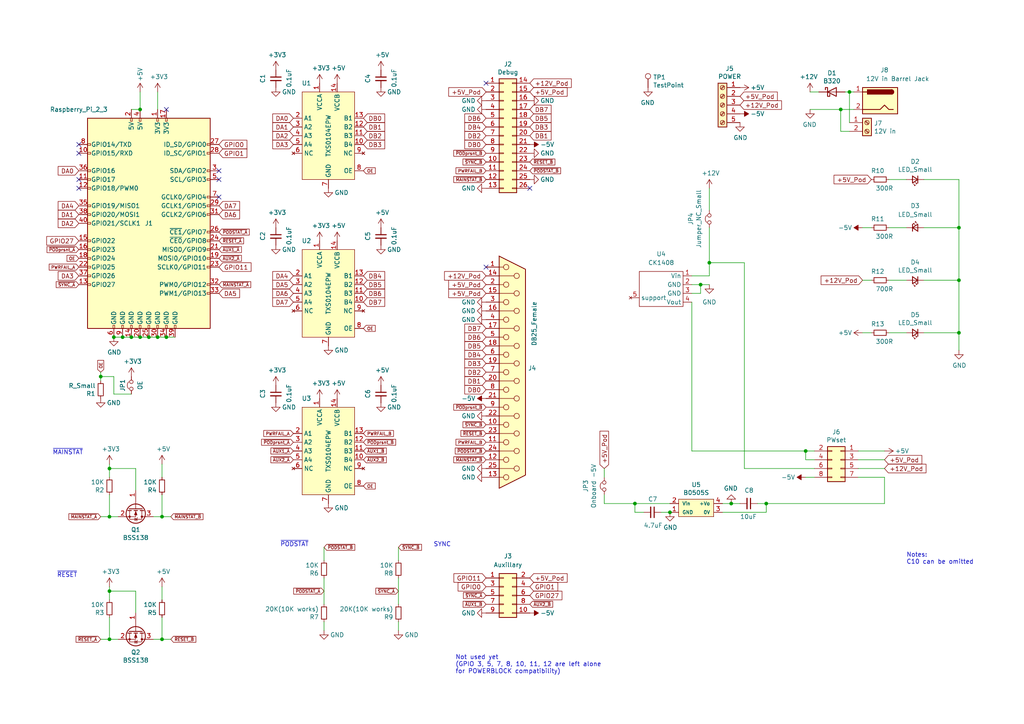
<source format=kicad_sch>
(kicad_sch (version 20211123) (generator eeschema)
  (paper "A4")
  (title_block (title "FluCom2") (date "2021-12-02") (rev "2.3") (comment 1 "CERN-OHL-version-2 ") (comment 3 "mirko (novintic)"))
  (junction (at 43.18 97.79))
  (junction (at 45.72 97.79))
  (junction (at 278.13 81.28))
  (junction (at 33.02 97.79))
  (junction (at 38.1 97.79))
  (junction (at 48.26 97.79))
  (junction (at 278.13 96.52))
  (junction (at 40.64 31.75))
  (junction (at 203.2 82.55))
  (junction (at 243.84 31.75))
  (junction (at 40.64 97.79))
  (junction (at 205.74 76.2))
  (junction (at 35.56 97.79))
  (junction (at 29.21 109.22))
  (junction (at 246.38 26.67))
  (junction (at 46.99 149.86))
  (junction (at 46.99 185.42))
  (junction (at 31.75 135.89))
  (junction (at 194.31 148.59))
  (junction (at 184.15 146.05))
  (junction (at 31.75 171.45))
  (junction (at 278.13 66.04))
  (junction (at 233.68 130.81))
  (junction (at 222.25 146.05))
  (junction (at 31.75 185.42))
  (junction (at 31.75 149.86))
  (junction (at 212.09 146.05))
  (no_connect (at 22.86 44.45))
  (no_connect (at 140.97 24.13))
  (no_connect (at 63.5 52.07))
  (no_connect (at 63.5 49.53))
  (no_connect (at 22.86 54.61))
  (no_connect (at 22.86 41.91))
  (no_connect (at -7.62 22.86))
  (no_connect (at 63.5 57.15))
  (no_connect (at 48.26 31.75))
  (no_connect (at 140.97 77.47))
  (no_connect (at 153.67 54.61))
  (no_connect (at 22.86 52.07))
  (wire (pts (xy 278.13 81.28) (xy 278.13 96.52)))
  (wire (pts (xy 46.99 143.51) (xy 46.99 149.86)))
  (wire (pts (xy 248.92 133.35) (xy 256.54 133.35)))
  (wire (pts (xy 252.73 81.28) (xy 250.19 81.28)))
  (wire (pts (xy 40.64 26.67) (xy 40.64 31.75)))
  (wire (pts (xy 205.74 76.2) (xy 215.9 76.2)))
  (wire (pts (xy 203.2 82.55) (xy 205.74 82.55)))
  (wire (pts (xy 233.68 130.81) (xy 233.68 133.35)))
  (wire (pts (xy 184.15 148.59) (xy 186.69 148.59)))
  (wire (pts (xy 93.98 167.64) (xy 93.98 175.26)))
  (wire (pts (xy 248.92 130.81) (xy 256.54 130.81)))
  (wire (pts (xy 33.02 114.3) (xy 38.1 114.3)))
  (wire (pts (xy 44.45 149.86) (xy 46.99 149.86)))
  (wire (pts (xy 248.92 138.43) (xy 256.54 138.43)))
  (wire (pts (xy 200.66 130.81) (xy 233.68 130.81)))
  (wire (pts (xy 262.89 66.04) (xy 257.81 66.04)))
  (wire (pts (xy 29.21 185.42) (xy 31.75 185.42)))
  (wire (pts (xy 46.99 185.42) (xy 49.53 185.42)))
  (wire (pts (xy 39.37 171.45) (xy 39.37 177.8)))
  (wire (pts (xy 246.38 38.1) (xy 243.84 38.1)))
  (wire (pts (xy 246.38 26.67) (xy 245.11 26.67)))
  (wire (pts (xy 205.74 54.61) (xy 205.74 60.96)))
  (wire (pts (xy 38.1 97.79) (xy 40.64 97.79)))
  (wire (pts (xy 29.21 149.86) (xy 31.75 149.86)))
  (wire (pts (xy 48.26 97.79) (xy 50.8 97.79)))
  (wire (pts (xy 278.13 66.04) (xy 278.13 81.28)))
  (wire (pts (xy 246.38 35.56) (xy 246.38 26.67)))
  (wire (pts (xy 46.99 134.62) (xy 46.99 138.43)))
  (wire (pts (xy 31.75 135.89) (xy 39.37 135.89)))
  (wire (pts (xy 205.74 66.04) (xy 205.74 76.2)))
  (wire (pts (xy 233.68 133.35) (xy 236.22 133.35)))
  (wire (pts (xy 29.21 107.95) (xy 29.21 109.22)))
  (wire (pts (xy 243.84 38.1) (xy 243.84 31.75)))
  (wire (pts (xy 93.98 180.34) (xy 93.98 182.88)))
  (wire (pts (xy 200.66 82.55) (xy 203.2 82.55)))
  (wire (pts (xy 33.02 97.79) (xy 35.56 97.79)))
  (wire (pts (xy 222.25 146.05) (xy 222.25 148.59)))
  (wire (pts (xy 205.74 76.2) (xy 205.74 80.01)))
  (wire (pts (xy 278.13 96.52) (xy 278.13 101.6)))
  (wire (pts (xy 46.99 170.18) (xy 46.99 173.99)))
  (wire (pts (xy 222.25 146.05) (xy 256.54 146.05)))
  (wire (pts (xy 215.9 135.89) (xy 236.22 135.89)))
  (wire (pts (xy 233.68 138.43) (xy 236.22 138.43)))
  (wire (pts (xy 233.68 130.81) (xy 236.22 130.81)))
  (wire (pts (xy 267.97 52.07) (xy 278.13 52.07)))
  (wire (pts (xy 257.81 52.07) (xy 262.89 52.07)))
  (wire (pts (xy 115.57 167.64) (xy 115.57 175.26)))
  (wire (pts (xy 203.2 85.09) (xy 203.2 82.55)))
  (wire (pts (xy 278.13 52.07) (xy 278.13 66.04)))
  (wire (pts (xy 267.97 81.28) (xy 278.13 81.28)))
  (wire (pts (xy 257.81 81.28) (xy 262.89 81.28)))
  (wire (pts (xy 184.15 146.05) (xy 184.15 148.59)))
  (wire (pts (xy 219.71 146.05) (xy 222.25 146.05)))
  (wire (pts (xy 44.45 185.42) (xy 46.99 185.42)))
  (wire (pts (xy 33.02 109.22) (xy 33.02 114.3)))
  (wire (pts (xy 115.57 158.75) (xy 115.57 162.56)))
  (wire (pts (xy 31.75 134.62) (xy 31.75 135.89)))
  (wire (pts (xy 250.19 96.52) (xy 252.73 96.52)))
  (wire (pts (xy 46.99 179.07) (xy 46.99 185.42)))
  (wire (pts (xy 200.66 85.09) (xy 203.2 85.09)))
  (wire (pts (xy 267.97 66.04) (xy 278.13 66.04)))
  (wire (pts (xy 247.65 26.67) (xy 246.38 26.67)))
  (wire (pts (xy 209.55 148.59) (xy 222.25 148.59)))
  (wire (pts (xy 38.1 31.75) (xy 40.64 31.75)))
  (wire (pts (xy 46.99 149.86) (xy 49.53 149.86)))
  (wire (pts (xy 212.09 146.05) (xy 214.63 146.05)))
  (wire (pts (xy 237.49 26.67) (xy 234.95 26.67)))
  (wire (pts (xy 175.26 143.51) (xy 175.26 146.05)))
  (wire (pts (xy 31.75 143.51) (xy 31.75 149.86)))
  (wire (pts (xy 31.75 171.45) (xy 39.37 171.45)))
  (wire (pts (xy 35.56 97.79) (xy 38.1 97.79)))
  (wire (pts (xy 248.92 135.89) (xy 256.54 135.89)))
  (wire (pts (xy 247.65 31.75) (xy 243.84 31.75)))
  (wire (pts (xy 29.21 109.22) (xy 29.21 110.49)))
  (wire (pts (xy 191.77 148.59) (xy 194.31 148.59)))
  (wire (pts (xy 209.55 146.05) (xy 212.09 146.05)))
  (wire (pts (xy 31.75 185.42) (xy 34.29 185.42)))
  (wire (pts (xy 93.98 158.75) (xy 93.98 162.56)))
  (wire (pts (xy 115.57 180.34) (xy 115.57 182.88)))
  (wire (pts (xy 267.97 96.52) (xy 278.13 96.52)))
  (wire (pts (xy 200.66 87.63) (xy 200.66 130.81)))
  (wire (pts (xy 257.81 96.52) (xy 262.89 96.52)))
  (wire (pts (xy 175.26 146.05) (xy 184.15 146.05)))
  (wire (pts (xy 45.72 97.79) (xy 48.26 97.79)))
  (wire (pts (xy 256.54 138.43) (xy 256.54 146.05)))
  (wire (pts (xy 215.9 76.2) (xy 215.9 135.89)))
  (wire (pts (xy 43.18 97.79) (xy 45.72 97.79)))
  (wire (pts (xy 45.72 26.67) (xy 45.72 31.75)))
  (wire (pts (xy 31.75 135.89) (xy 31.75 138.43)))
  (wire (pts (xy 31.75 179.07) (xy 31.75 185.42)))
  (wire (pts (xy 39.37 135.89) (xy 39.37 142.24)))
  (wire (pts (xy 31.75 171.45) (xy 31.75 173.99)))
  (wire (pts (xy 243.84 31.75) (xy 234.95 31.75)))
  (wire (pts (xy 40.64 97.79) (xy 43.18 97.79)))
  (wire (pts (xy 31.75 149.86) (xy 34.29 149.86)))
  (wire (pts (xy 205.74 80.01) (xy 200.66 80.01)))
  (wire (pts (xy 184.15 146.05) (xy 194.31 146.05)))
  (wire (pts (xy 175.26 138.43) (xy 175.26 135.89)))
  (wire (pts (xy 250.19 66.04) (xy 252.73 66.04)))
  (wire (pts (xy 29.21 109.22) (xy 33.02 109.22)))
  (wire (pts (xy 31.75 170.18) (xy 31.75 171.45)))
  (text "SYNC" (at 125.73 158.75 0) (effects (font (size 1.27 1.27)) (justify left bottom)))
  (text "~{PODSTAT}" (at 81.28 158.75 0) (effects (font (size 1.27 1.27)) (justify left bottom)))
  (text "~{RESET}" (at 16.51 167.64 0) (effects (font (size 1.27 1.27)) (justify left bottom)))
  (text "~{MAINSTAT}" (at 15.24 132.08 0) (effects (font (size 1.27 1.27)) (justify left bottom)))
  (text "Notes:\nC10 can be omitted\n" (at 262.89 163.83 0) (effects (font (size 1.27 1.27)) (justify left bottom)))
  (text "Not used yet\n(GPIO 3, 5, 7, 8, 10, 11, 12 are left alone \nfor POWERBLOCK compatibility)" (at 132.08 195.58 0) (effects (font (size 1.27 1.27)) (justify left bottom)))
  (global_label "DA6" (shape input) (at 85.09 85.09 180) (property "Intersheet References" "${INTERSHEET_REFS}" (effects hide)))
  (global_label "~{SYNC_A}" (shape input) (at 140.97 172.72 180) (effects (font (size 0.889 0.889))) (property "Intersheet References" "${INTERSHEET_REFS}" (effects hide)))
  (global_label "+12V_Pod" (shape input) (at 153.67 24.13 0) (property "Intersheet References" "${INTERSHEET_REFS}" (effects hide)))
  (global_label "DA5" (shape input) (at 63.5 85.09 0) (property "Intersheet References" "${INTERSHEET_REFS}" (effects hide)))
  (global_label "GPIO27" (shape input) (at 22.86 69.85 180) (property "Intersheet References" "${INTERSHEET_REFS}" (effects hide)))
  (global_label "+5V_Pod" (shape input) (at 214.63 27.94 0) (property "Intersheet References" "${INTERSHEET_REFS}" (effects hide)))
  (global_label "~{SYNC_A}" (shape input) (at 115.57 171.45 180) (effects (font (size 0.889 0.889))) (property "Intersheet References" "${INTERSHEET_REFS}" (effects hide)))
  (global_label "GPIO1" (shape input) (at 153.67 170.18 0) (property "Intersheet References" "${INTERSHEET_REFS}" (effects hide)))
  (global_label "+5V_Pod" (shape input) (at 140.97 26.67 180) (property "Intersheet References" "${INTERSHEET_REFS}" (effects hide)))
  (global_label "OE" (shape input) (at 105.41 140.97 0) (effects (font (size 0.889 0.889))) (property "Intersheet References" "${INTERSHEET_REFS}" (effects hide)))
  (global_label "DB1" (shape input) (at 105.41 36.83 0) (property "Intersheet References" "${INTERSHEET_REFS}" (effects hide)))
  (global_label "DB4" (shape input) (at 140.97 102.87 180) (property "Intersheet References" "${INTERSHEET_REFS}" (effects hide)))
  (global_label "DB7" (shape input) (at 105.41 87.63 0) (property "Intersheet References" "${INTERSHEET_REFS}" (effects hide)))
  (global_label "DB6" (shape input) (at 140.97 34.29 180) (property "Intersheet References" "${INTERSHEET_REFS}" (effects hide)))
  (global_label "DB2" (shape input) (at 105.41 39.37 0) (property "Intersheet References" "${INTERSHEET_REFS}" (effects hide)))
  (global_label "GPIO1" (shape input) (at 63.5 44.45 0) (property "Intersheet References" "${INTERSHEET_REFS}" (effects hide)))
  (global_label "~{PODprsnt_A}" (shape input) (at 22.86 72.39 180) (effects (font (size 0.889 0.889))) (property "Intersheet References" "${INTERSHEET_REFS}" (effects hide)))
  (global_label "GPIO11" (shape input) (at 140.97 167.64 180) (property "Intersheet References" "${INTERSHEET_REFS}" (effects hide)))
  (global_label "~{SYNC_B}" (shape input) (at 140.97 46.99 180) (effects (font (size 0.889 0.889))) (property "Intersheet References" "${INTERSHEET_REFS}" (effects hide)))
  (global_label "~{RESET_B}" (shape input) (at 153.67 46.99 0) (effects (font (size 0.889 0.889))) (property "Intersheet References" "${INTERSHEET_REFS}" (effects hide)))
  (global_label "DB7" (shape input) (at 140.97 95.25 180) (property "Intersheet References" "${INTERSHEET_REFS}" (effects hide)))
  (global_label "DA6" (shape input) (at 63.5 62.23 0) (property "Intersheet References" "${INTERSHEET_REFS}" (effects hide)))
  (global_label "~{AUX1_A}" (shape input) (at 85.09 130.81 180) (effects (font (size 0.889 0.889))) (property "Intersheet References" "${INTERSHEET_REFS}" (effects hide)))
  (global_label "+5V_Pod" (shape input) (at 140.97 85.09 180) (property "Intersheet References" "${INTERSHEET_REFS}" (effects hide)))
  (global_label "~{MAINSTAT_B}" (shape input) (at 140.97 133.35 180) (effects (font (size 0.889 0.889))) (property "Intersheet References" "${INTERSHEET_REFS}" (effects hide)))
  (global_label "DB4" (shape input) (at 140.97 36.83 180) (property "Intersheet References" "${INTERSHEET_REFS}" (effects hide)))
  (global_label "DB5" (shape input) (at 105.41 82.55 0) (property "Intersheet References" "${INTERSHEET_REFS}" (effects hide)))
  (global_label "~{AUX2_B}" (shape input) (at 105.41 133.35 0) (effects (font (size 0.889 0.889))) (property "Intersheet References" "${INTERSHEET_REFS}" (effects hide)))
  (global_label "~{SYNC_A}" (shape input) (at 22.86 82.55 180) (effects (font (size 0.889 0.889))) (property "Intersheet References" "${INTERSHEET_REFS}" (effects hide)))
  (global_label "PWRFAIL_B" (shape input) (at 140.97 128.27 180) (effects (font (size 0.889 0.889))) (property "Intersheet References" "${INTERSHEET_REFS}" (effects hide)))
  (global_label "DB2" (shape input) (at 140.97 39.37 180) (property "Intersheet References" "${INTERSHEET_REFS}" (effects hide)))
  (global_label "~{SYNC_B}" (shape input) (at 140.97 123.19 180) (effects (font (size 0.889 0.889))) (property "Intersheet References" "${INTERSHEET_REFS}" (effects hide)))
  (global_label "DA4" (shape input) (at 22.86 59.69 180) (property "Intersheet References" "${INTERSHEET_REFS}" (effects hide)))
  (global_label "DB1" (shape input) (at 153.67 39.37 0) (property "Intersheet References" "${INTERSHEET_REFS}" (effects hide)))
  (global_label "DB5" (shape input) (at 140.97 100.33 180) (property "Intersheet References" "${INTERSHEET_REFS}" (effects hide)))
  (global_label "~{MAINSTAT_B}" (shape input) (at 140.97 52.07 180) (effects (font (size 0.889 0.889))) (property "Intersheet References" "${INTERSHEET_REFS}" (effects hide)))
  (global_label "+12V_Pod" (shape input) (at 214.63 30.48 0) (property "Intersheet References" "${INTERSHEET_REFS}" (effects hide)))
  (global_label "~{AUX2_B}" (shape input) (at 153.67 175.26 0) (effects (font (size 0.889 0.889))) (property "Intersheet References" "${INTERSHEET_REFS}" (effects hide)))
  (global_label "DB6" (shape input) (at 140.97 97.79 180) (property "Intersheet References" "${INTERSHEET_REFS}" (effects hide)))
  (global_label "+5V_Pod" (shape input) (at 153.67 26.67 0) (property "Intersheet References" "${INTERSHEET_REFS}" (effects hide)))
  (global_label "~{MAINSTAT_B}" (shape input) (at 49.53 149.86 0) (effects (font (size 0.889 0.889))) (property "Intersheet References" "${INTERSHEET_REFS}" (effects hide)))
  (global_label "~{PODprsnt_B}" (shape input) (at 105.41 128.27 0) (effects (font (size 0.889 0.889))) (property "Intersheet References" "${INTERSHEET_REFS}" (effects hide)))
  (global_label "DB4" (shape input) (at 105.41 80.01 0) (property "Intersheet References" "${INTERSHEET_REFS}" (effects hide)))
  (global_label "DA7" (shape input) (at 85.09 87.63 180) (property "Intersheet References" "${INTERSHEET_REFS}" (effects hide)))
  (global_label "~{RESET_B}" (shape input) (at 49.53 185.42 0) (effects (font (size 0.889 0.889))) (property "Intersheet References" "${INTERSHEET_REFS}" (effects hide)))
  (global_label "~{AUX1_B}" (shape input) (at 140.97 175.26 180) (effects (font (size 0.889 0.889))) (property "Intersheet References" "${INTERSHEET_REFS}" (effects hide)))
  (global_label "OE" (shape input) (at 105.41 49.53 0) (effects (font (size 0.889 0.889))) (property "Intersheet References" "${INTERSHEET_REFS}" (effects hide)))
  (global_label "DA1" (shape input) (at 22.86 62.23 180) (property "Intersheet References" "${INTERSHEET_REFS}" (effects hide)))
  (global_label "DA0" (shape input) (at 85.09 34.29 180) (property "Intersheet References" "${INTERSHEET_REFS}" (effects hide)))
  (global_label "~{PODprsnt_A}" (shape input) (at 85.09 128.27 180) (effects (font (size 0.889 0.889))) (property "Intersheet References" "${INTERSHEET_REFS}" (effects hide)))
  (global_label "+5V_Pod" (shape input) (at 175.26 135.89 90) (property "Intersheet References" "${INTERSHEET_REFS}" (effects hide)))
  (global_label "GPIO11" (shape input) (at 63.5 77.47 0) (property "Intersheet References" "${INTERSHEET_REFS}" (effects hide)))
  (global_label "DA2" (shape input) (at 22.86 64.77 180) (property "Intersheet References" "${INTERSHEET_REFS}" (effects hide)))
  (global_label "~{PODSTAT_A}" (shape input) (at 63.5 67.31 0) (effects (font (size 0.889 0.889))) (property "Intersheet References" "${INTERSHEET_REFS}" (effects hide)))
  (global_label "DA5" (shape input) (at 85.09 82.55 180) (property "Intersheet References" "${INTERSHEET_REFS}" (effects hide)))
  (global_label "DA7" (shape input) (at 63.5 59.69 0) (property "Intersheet References" "${INTERSHEET_REFS}" (effects hide)))
  (global_label "DB7" (shape input) (at 153.67 31.75 0) (property "Intersheet References" "${INTERSHEET_REFS}" (effects hide)))
  (global_label "+5V_Pod" (shape input) (at 256.54 133.35 0) (property "Intersheet References" "${INTERSHEET_REFS}" (effects hide)))
  (global_label "DB2" (shape input) (at 140.97 107.95 180) (property "Intersheet References" "${INTERSHEET_REFS}" (effects hide)))
  (global_label "~{RESET_A}" (shape input) (at 29.21 185.42 180) (effects (font (size 0.889 0.889))) (property "Intersheet References" "${INTERSHEET_REFS}" (effects hide)))
  (global_label "~{PODprsnt_B}" (shape input) (at 140.97 44.45 180) (effects (font (size 0.889 0.889))) (property "Intersheet References" "${INTERSHEET_REFS}" (effects hide)))
  (global_label "DB3" (shape input) (at 153.67 36.83 0) (property "Intersheet References" "${INTERSHEET_REFS}" (effects hide)))
  (global_label "DA4" (shape input) (at 85.09 80.01 180) (property "Intersheet References" "${INTERSHEET_REFS}" (effects hide)))
  (global_label "+5V_Pod" (shape input) (at 153.67 167.64 0) (property "Intersheet References" "${INTERSHEET_REFS}" (effects hide)))
  (global_label "+12V_Pod" (shape input) (at 140.97 80.01 180) (property "Intersheet References" "${INTERSHEET_REFS}" (effects hide)))
  (global_label "PWRFAIL_B" (shape input) (at 140.97 49.53 180) (effects (font (size 0.889 0.889))) (property "Intersheet References" "${INTERSHEET_REFS}" (effects hide)))
  (global_label "~{RESET_B}" (shape input) (at 140.97 125.73 180) (effects (font (size 0.889 0.889))) (property "Intersheet References" "${INTERSHEET_REFS}" (effects hide)))
  (global_label "DB0" (shape input) (at 105.41 34.29 0) (property "Intersheet References" "${INTERSHEET_REFS}" (effects hide)))
  (global_label "GPIO0" (shape input) (at 140.97 170.18 180) (property "Intersheet References" "${INTERSHEET_REFS}" (effects hide)))
  (global_label "PWRFAIL_B" (shape input) (at 105.41 125.73 0) (effects (font (size 0.889 0.889))) (property "Intersheet References" "${INTERSHEET_REFS}" (effects hide)))
  (global_label "PWRFAIL_A" (shape input) (at 85.09 125.73 180) (effects (font (size 0.889 0.889))) (property "Intersheet References" "${INTERSHEET_REFS}" (effects hide)))
  (global_label "~{PODprsnt_B}" (shape input) (at 140.97 118.11 180) (effects (font (size 0.889 0.889))) (property "Intersheet References" "${INTERSHEET_REFS}" (effects hide)))
  (global_label "~{AUX2_A}" (shape input) (at 85.09 133.35 180) (effects (font (size 0.889 0.889))) (property "Intersheet References" "${INTERSHEET_REFS}" (effects hide)))
  (global_label "DB6" (shape input) (at 105.41 85.09 0) (property "Intersheet References" "${INTERSHEET_REFS}" (effects hide)))
  (global_label "~{AUX1_B}" (shape input) (at 105.41 130.81 0) (effects (font (size 0.889 0.889))) (property "Intersheet References" "${INTERSHEET_REFS}" (effects hide)))
  (global_label "~{RESET_A}" (shape input) (at 63.5 69.85 0) (effects (font (size 0.889 0.889))) (property "Intersheet References" "${INTERSHEET_REFS}" (effects hide)))
  (global_label "DB3" (shape input) (at 105.41 41.91 0) (property "Intersheet References" "${INTERSHEET_REFS}" (effects hide)))
  (global_label "DB0" (shape input) (at 140.97 113.03 180) (property "Intersheet References" "${INTERSHEET_REFS}" (effects hide)))
  (global_label "DB0" (shape input) (at 140.97 41.91 180) (property "Intersheet References" "${INTERSHEET_REFS}" (effects hide)))
  (global_label "DB5" (shape input) (at 153.67 34.29 0) (property "Intersheet References" "${INTERSHEET_REFS}" (effects hide)))
  (global_label "~{AUX2_A}" (shape input) (at 63.5 74.93 0) (effects (font (size 0.889 0.889))) (property "Intersheet References" "${INTERSHEET_REFS}" (effects hide)))
  (global_label "~{MAINSTAT_A}" (shape input) (at 29.21 149.86 180) (effects (font (size 0.889 0.889))) (property "Intersheet References" "${INTERSHEET_REFS}" (effects hide)))
  (global_label "OE" (shape input) (at 22.86 74.93 180) (effects (font (size 0.889 0.889))) (property "Intersheet References" "${INTERSHEET_REFS}" (effects hide)))
  (global_label "~{PODSTAT_B}" (shape input) (at 93.98 158.75 0) (effects (font (size 0.889 0.889))) (property "Intersheet References" "${INTERSHEET_REFS}" (effects hide)))
  (global_label "+5V_Pod" (shape input) (at 252.73 52.07 180) (property "Intersheet References" "${INTERSHEET_REFS}" (effects hide)))
  (global_label "~{MAINSTAT_A}" (shape input) (at 63.5 82.55 0) (effects (font (size 0.889 0.889))) (property "Intersheet References" "${INTERSHEET_REFS}" (effects hide)))
  (global_label "~{PODSTAT_B}" (shape input) (at 140.97 130.81 180) (effects (font (size 0.889 0.889))) (property "Intersheet References" "${INTERSHEET_REFS}" (effects hide)))
  (global_label "+12V_Pod" (shape input) (at 250.19 81.28 180) (property "Intersheet References" "${INTERSHEET_REFS}" (effects hide)))
  (global_label "~{PODSTAT_B}" (shape input) (at 153.67 49.53 0) (effects (font (size 0.889 0.889))) (property "Intersheet References" "${INTERSHEET_REFS}" (effects hide)))
  (global_label "+12V_Pod" (shape input) (at 256.54 135.89 0) (property "Intersheet References" "${INTERSHEET_REFS}" (effects hide)))
  (global_label "DA0" (shape input) (at 22.86 49.53 180) (property "Intersheet References" "${INTERSHEET_REFS}" (effects hide)))
  (global_label "~{AUX1_A}" (shape input) (at 63.5 72.39 0) (effects (font (size 0.889 0.889))) (property "Intersheet References" "${INTERSHEET_REFS}" (effects hide)))
  (global_label "DA1" (shape input) (at 85.09 36.83 180) (property "Intersheet References" "${INTERSHEET_REFS}" (effects hide)))
  (global_label "DB1" (shape input) (at 140.97 110.49 180) (property "Intersheet References" "${INTERSHEET_REFS}" (effects hide)))
  (global_label "+5V_Pod" (shape input) (at 140.97 82.55 180) (property "Intersheet References" "${INTERSHEET_REFS}" (effects hide)))
  (global_label "DA3" (shape input) (at 85.09 41.91 180) (property "Intersheet References" "${INTERSHEET_REFS}" (effects hide)))
  (global_label "DA3" (shape input) (at 22.86 80.01 180) (property "Intersheet References" "${INTERSHEET_REFS}" (effects hide)))
  (global_label "DA2" (shape input) (at 85.09 39.37 180) (property "Intersheet References" "${INTERSHEET_REFS}" (effects hide)))
  (global_label "GPIO27" (shape input) (at 153.67 172.72 0) (property "Intersheet References" "${INTERSHEET_REFS}" (effects hide)))
  (global_label "~{PODSTAT_A}" (shape input) (at 93.98 171.45 180) (effects (font (size 0.889 0.889))) (property "Intersheet References" "${INTERSHEET_REFS}" (effects hide)))
  (global_label "GPIO0" (shape input) (at 63.5 41.91 0) (property "Intersheet References" "${INTERSHEET_REFS}" (effects hide)))
  (global_label "OE" (shape input) (at 105.41 95.25 0) (effects (font (size 0.889 0.889))) (property "Intersheet References" "${INTERSHEET_REFS}" (effects hide)))
  (global_label "PWRFAIL_A" (shape input) (at 22.86 77.47 180) (effects (font (size 0.889 0.889))) (property "Intersheet References" "${INTERSHEET_REFS}" (effects hide)))
  (global_label "~{SYNC_B}" (shape input) (at 115.57 158.75 0) (effects (font (size 0.889 0.889))) (property "Intersheet References" "${INTERSHEET_REFS}" (effects hide)))
  (global_label "DB3" (shape input) (at 140.97 105.41 180) (property "Intersheet References" "${INTERSHEET_REFS}" (effects hide)))
  (global_label "OE" (shape input) (at 29.21 107.95 90) (effects (font (size 0.889 0.889))) (property "Intersheet References" "${INTERSHEET_REFS}" (effects hide)))
  (symbol (lib_id "power:-5V") (at 140.97 115.57 90) (unit 1)
    (property "Reference" "#PWR039" (effects hide))
    (property "Value" "-5V" (at 135.89 115.57 90))
  )
  (symbol (lib_id "power:GND") (at 140.97 135.89 270) (unit 1)
    (property "Reference" "#PWR041" (effects hide))
    (property "Value" "GND" (at 135.89 135.89 90))
  )
  (symbol (lib_id "power:GND") (at 140.97 120.65 270) (unit 1)
    (property "Reference" "#PWR040" (effects hide))
    (property "Value" "GND" (at 135.89 120.65 90))
  )
  (symbol (lib_id "power:GND") (at 140.97 90.17 270) (unit 1)
    (property "Reference" "#PWR037" (effects hide))
    (property "Value" "GND" (at 135.89 90.17 90))
  )
  (symbol (lib_id "power:GND") (at 140.97 92.71 270) (unit 1)
    (property "Reference" "#PWR038" (effects hide))
    (property "Value" "GND" (at 135.89 92.71 90))
  )
  (symbol (lib_id "power:GND") (at 140.97 138.43 270) (unit 1)
    (property "Reference" "#PWR042" (effects hide))
    (property "Value" "GND" (at 135.89 138.43 90))
  )
  (symbol (lib_id "power:GND") (at 153.67 29.21 90) (unit 1)
    (property "Reference" "#PWR044" (effects hide))
    (property "Value" "GND" (at 158.75 29.21 90))
  )
  (symbol (lib_id "power:GND") (at 140.97 31.75 270) (unit 1)
    (property "Reference" "#PWR034" (effects hide))
    (property "Value" "GND" (at 135.89 31.75 90))
  )
  (symbol (lib_id "power:GND") (at 153.67 44.45 90) (unit 1)
    (property "Reference" "#PWR046" (effects hide))
    (property "Value" "GND" (at 158.75 44.45 90))
  )
  (symbol (lib_id "power:GND") (at 153.67 52.07 90) (unit 1)
    (property "Reference" "#PWR047" (effects hide))
    (property "Value" "GND" (at 158.75 52.07 90))
  )
  (symbol (lib_id "power:GND") (at 140.97 54.61 270) (unit 1)
    (property "Reference" "#PWR035" (effects hide))
    (property "Value" "GND" (at 135.89 54.61 90))
  )
  (symbol (lib_id "power:-5V") (at 153.67 41.91 270) (unit 1)
    (property "Reference" "#PWR045" (effects hide))
    (property "Value" "-5V" (at 158.75 41.91 90))
  )
  (symbol (lib_id "Device:R_Small") (at 29.21 113.03 180) (unit 1)
    (property "Reference" "R1" (at 27.7114 114.1984 0) (effects (justify left)))
    (property "Value" "R_Small" (at 27.7114 111.887 0) (effects (justify left)))
    (property "Footprint" "Resistor_SMD:R_0805_2012Metric_Pad1.15x1.40mm_HandSolder" (effects hide))
  )
  (symbol (lib_id "Device:C_Small") (at 110.49 22.86 0) (unit 1)
    (property "Reference" "C4" (at 106.68 24.13 90) (effects (justify left)))
    (property "Value" "0.1uF" (at 114.3 25.4 90) (effects (justify left)))
    (property "Footprint" "Capacitor_SMD:C_0805_2012Metric_Pad1.15x1.40mm_HandSolder" (effects hide))
  )
  (symbol (lib_id "Device:C_Small") (at 80.01 22.86 0) (unit 1)
    (property "Reference" "C1" (at 76.2 24.13 90) (effects (justify left)))
    (property "Value" "0.1uF" (at 83.82 25.4 90) (effects (justify left)))
    (property "Footprint" "Capacitor_SMD:C_0805_2012Metric_Pad1.15x1.40mm_HandSolder" (effects hide))
  )
  (symbol (lib_id "power:+3.3V") (at 80.01 20.32 0) (unit 1)
    (property "Reference" "#PWR010" (effects hide))
    (property "Value" "+3.3V" (at 80.391 15.9258 0))
  )
  (symbol (lib_id "power:+5V") (at 110.49 20.32 0) (unit 1)
    (property "Reference" "#PWR026" (effects hide))
    (property "Value" "+5V" (at 110.871 15.9258 0))
  )
  (symbol (lib_id "power:GND") (at 80.01 25.4 0) (unit 1)
    (property "Reference" "#PWR011" (effects hide))
    (property "Value" "GND" (at 83.82 26.67 0))
  )
  (symbol (lib_id "power:GND") (at 110.49 25.4 0) (unit 1)
    (property "Reference" "#PWR027" (effects hide))
    (property "Value" "GND" (at 114.3 26.67 0))
  )
  (symbol (lib_id "Connector:Raspberry_Pi_2_3") (at 43.18 64.77 0) (unit 1)
    (property "Reference" "J1" (at 43.18 64.77 0))
    (property "Value" "Raspberry_Pi_2_3" (at 22.86 31.75 0))
    (property "Footprint" "Connector_PinHeader_2.54mm:PinHeader_2x20_P2.54mm_Vertical" (effects hide))
    (property "Datasheet" "https://www.raspberrypi.org/documentation/hardware/raspberrypi/schematics/rpi_SCH_3bplus_1p0_reduced.pdf" (effects hide))
  )
  (symbol (lib_id "Device:C_Small") (at 80.01 68.58 0) (unit 1)
    (property "Reference" "C2" (at 76.2 69.85 90) (effects (justify left)))
    (property "Value" "0.1uF" (at 83.82 71.12 90) (effects (justify left)))
    (property "Footprint" "Capacitor_SMD:C_0805_2012Metric_Pad1.15x1.40mm_HandSolder" (effects hide))
  )
  (symbol (lib_id "power:+3.3V") (at 80.01 66.04 0) (unit 1)
    (property "Reference" "#PWR012" (effects hide))
    (property "Value" "+3.3V" (at 80.391 61.6458 0))
  )
  (symbol (lib_id "power:GND") (at 80.01 71.12 0) (unit 1)
    (property "Reference" "#PWR013" (effects hide))
    (property "Value" "GND" (at 83.82 72.39 0))
  )
  (symbol (lib_id "power:GND") (at 140.97 177.8 270) (unit 1)
    (property "Reference" "#PWR043" (effects hide))
    (property "Value" "GND" (at 135.89 177.8 90))
  )
  (symbol (lib_id "power:+3.3V") (at 45.72 26.67 0) (unit 1)
    (property "Reference" "#PWR09" (effects hide))
    (property "Value" "+3.3V" (at 46.101 22.2758 0))
  )
  (symbol (lib_id "power:GND") (at 33.02 97.79 0) (unit 1)
    (property "Reference" "#PWR04" (effects hide))
    (property "Value" "GND" (at 33.147 102.1842 0))
  )
  (symbol (lib_id "power:GND") (at 140.97 87.63 270) (unit 1)
    (property "Reference" "#PWR036" (effects hide))
    (property "Value" "GND" (at 135.89 87.63 90))
  )
  (symbol (lib_id "power:GND") (at 140.97 29.21 270) (unit 1)
    (property "Reference" "#PWR033" (effects hide))
    (property "Value" "GND" (at 135.89 29.21 90))
  )
  (symbol (lib_id "power:GND") (at 29.21 115.57 0) (unit 1)
    (property "Reference" "#PWR01" (effects hide))
    (property "Value" "GND" (at 33.02 116.84 0))
  )
  (symbol (lib_id "FluCom9000:TXS0104EPW") (at 95.25 41.91 0) (unit 1)
    (property "Reference" "U1" (at 88.9 24.13 0))
    (property "Value" "TXS0104EPW" (at 95.25 39.37 90))
    (property "Footprint" "Package_SO:TSSOP-14_4.4x5mm_P0.65mm" (effects hide))
    (property "Datasheet" "www.ti.com/lit/ds/symlink/txs0108e.pdf" (effects hide))
  )
  (symbol (lib_id "FluCom9000:TXS0104EPW") (at 95.25 87.63 0) (unit 1)
    (property "Reference" "U2" (at 88.9 69.85 0))
    (property "Value" "TXS0104EPW" (at 95.25 85.09 90))
    (property "Footprint" "Package_SO:TSSOP-14_4.4x5mm_P0.65mm" (effects hide))
    (property "Datasheet" "www.ti.com/lit/ds/symlink/txs0108e.pdf" (effects hide))
  )
  (symbol (lib_id "FluCom9000:TXS0104EPW") (at 95.25 133.35 0) (unit 1)
    (property "Reference" "U3" (at 88.9 115.57 0))
    (property "Value" "TXS0104EPW" (at 95.25 130.81 90))
    (property "Footprint" "Package_SO:TSSOP-14_4.4x5mm_P0.65mm" (effects hide))
    (property "Datasheet" "www.ti.com/lit/ds/symlink/txs0108e.pdf" (effects hide))
  )
  (symbol (lib_id "Connector:DB25_Female") (at 148.59 107.95 0) (unit 1)
    (property "Reference" "J4" (at 153.162 106.7816 0) (effects (justify left)))
    (property "Value" "DB25_Female" (at 154.94 100.33 90) (effects (justify left)))
    (property "Footprint" "Connector_Dsub:DSUB-25_Female_Horizontal_P2.77x2.54mm_EdgePinOffset9.40mm" (effects hide))
    (property "Datasheet" " ~" (effects hide))
  )
  (symbol (lib_id "FluCom9000:B0505S") (at 201.93 147.32 0) (mirror x) (unit 1)
    (property "Reference" "U5" (at 201.93 140.589 0))
    (property "Value" "B0505S" (at 201.93 142.9004 0))
    (property "Footprint" "Converter_DCDC:Converter_DCDC_muRata_CRE1xxxxxxSC_THT" (effects hide))
  )
  (symbol (lib_id "Connector:Barrel_Jack") (at 255.27 29.21 0) (mirror y) (unit 1)
    (property "Reference" "J8" (at 256.54 20.32 0))
    (property "Value" "12V in Barrel Jack" (at 260.35 22.86 0))
    (property "Footprint" "Connector_BarrelJack:BarrelJack_Horizontal" (effects hide))
  )
  (symbol (lib_id "power:GND") (at 234.95 31.75 0) (mirror y) (unit 1)
    (property "Reference" "#PWR058" (effects hide))
    (property "Value" "GND" (at 234.823 36.1442 0))
  )
  (symbol (lib_id "power:+12V") (at 234.95 26.67 0) (mirror y) (unit 1)
    (property "Reference" "#PWR057" (effects hide))
    (property "Value" "+12V" (at 234.569 22.2758 0))
  )
  (symbol (lib_id "power:GND") (at 194.31 148.59 0) (unit 1)
    (property "Reference" "#PWR050" (effects hide))
    (property "Value" "GND" (at 194.437 152.9842 0))
  )
  (symbol (lib_id "power:GND") (at 212.09 146.05 180) (unit 1)
    (property "Reference" "#PWR053" (effects hide))
    (property "Value" "GND" (at 211.963 141.6558 0))
  )
  (symbol (lib_id "power:-5V") (at 233.68 138.43 90) (unit 1)
    (property "Reference" "#PWR062" (effects hide))
    (property "Value" "-5V" (at 228.6 138.43 90))
  )
  (symbol (lib_id "power:+12V") (at 205.74 54.61 0) (unit 1)
    (property "Reference" "#PWR051" (effects hide))
    (property "Value" "+12V" (at 206.121 50.2158 0))
  )
  (symbol (lib_id "power:+3.3V") (at 92.71 24.13 0) (unit 1)
    (property "Reference" "#PWR016" (effects hide))
    (property "Value" "+3.3V" (at 93.091 19.7358 0))
  )
  (symbol (lib_id "power:+3.3V") (at 92.71 69.85 0) (unit 1)
    (property "Reference" "#PWR017" (effects hide))
    (property "Value" "+3.3V" (at 93.091 65.4558 0))
  )
  (symbol (lib_id "power:+3.3V") (at 92.71 115.57 0) (unit 1)
    (property "Reference" "#PWR018" (effects hide))
    (property "Value" "+3.3V" (at 93.091 111.1758 0))
  )
  (symbol (lib_id "power:+5V") (at 97.79 24.13 0) (unit 1)
    (property "Reference" "#PWR023" (effects hide))
    (property "Value" "+5V" (at 98.171 19.7358 0))
  )
  (symbol (lib_id "power:+5V") (at 97.79 69.85 0) (unit 1)
    (property "Reference" "#PWR024" (effects hide))
    (property "Value" "+5V" (at 98.171 65.4558 0))
  )
  (symbol (lib_id "power:+5V") (at 97.79 115.57 0) (unit 1)
    (property "Reference" "#PWR025" (effects hide))
    (property "Value" "+5V" (at 98.171 111.1758 0))
  )
  (symbol (lib_id "power:GND") (at 95.25 54.61 0) (unit 1)
    (property "Reference" "#PWR020" (effects hide))
    (property "Value" "GND" (at 99.06 55.88 0))
  )
  (symbol (lib_id "power:GND") (at 95.25 100.33 0) (unit 1)
    (property "Reference" "#PWR021" (effects hide))
    (property "Value" "GND" (at 99.06 101.6 0))
  )
  (symbol (lib_id "power:GND") (at 95.25 146.05 0) (unit 1)
    (property "Reference" "#PWR022" (effects hide))
    (property "Value" "GND" (at 99.06 147.32 0))
  )
  (symbol (lib_id "Connector_Generic:Conn_02x13_Top_Bottom") (at 146.05 39.37 0) (unit 1)
    (property "Reference" "J2" (at 147.32 18.6182 0))
    (property "Value" "Debug" (at 147.32 20.9296 0))
    (property "Footprint" "Fluke6809POD:PinHeader_2x13_P2.54mm_Vertical_Fluke_Numbering_mirrored" (effects hide))
  )
  (symbol (lib_id "power:+5V") (at 40.64 26.67 0) (unit 1)
    (property "Reference" "#PWR06" (effects hide))
    (property "Value" "+5V" (at 40.64 21.59 90))
  )
  (symbol (lib_id "Device:R_Small") (at 93.98 165.1 180) (unit 1)
    (property "Reference" "R6" (at 92.4814 166.2684 0) (effects (justify left)))
    (property "Value" "10K" (at 92.4814 163.957 0) (effects (justify left)))
    (property "Footprint" "Resistor_SMD:R_0805_2012Metric_Pad1.15x1.40mm_HandSolder" (effects hide))
  )
  (symbol (lib_id "Device:R_Small") (at 93.98 177.8 180) (unit 1)
    (property "Reference" "R7" (at 92.4814 178.9684 0) (effects (justify left)))
    (property "Value" "20K(10K works)" (at 92.4814 176.657 0) (effects (justify left)))
    (property "Footprint" "Resistor_SMD:R_0805_2012Metric_Pad1.15x1.40mm_HandSolder" (effects hide))
  )
  (symbol (lib_id "power:GND") (at 93.98 182.88 0) (unit 1)
    (property "Reference" "#PWR019" (effects hide))
    (property "Value" "GND" (at 97.79 184.15 0))
  )
  (symbol (lib_id "Device:R_Small") (at 115.57 165.1 180) (unit 1)
    (property "Reference" "R8" (at 114.0714 166.2684 0) (effects (justify left)))
    (property "Value" "10K" (at 114.0714 163.957 0) (effects (justify left)))
    (property "Footprint" "Resistor_SMD:R_0805_2012Metric_Pad1.15x1.40mm_HandSolder" (effects hide))
  )
  (symbol (lib_id "Device:R_Small") (at 115.57 177.8 180) (unit 1)
    (property "Reference" "R9" (at 114.0714 178.9684 0) (effects (justify left)))
    (property "Value" "20K(10K works)" (at 114.0714 176.657 0) (effects (justify left)))
    (property "Footprint" "Resistor_SMD:R_0805_2012Metric_Pad1.15x1.40mm_HandSolder" (effects hide))
  )
  (symbol (lib_id "power:GND") (at 115.57 182.88 0) (unit 1)
    (property "Reference" "#PWR032" (effects hide))
    (property "Value" "GND" (at 119.38 184.15 0))
  )
  (symbol (lib_id "Transistor_FET:BSS138") (at 39.37 147.32 270) (unit 1)
    (property "Reference" "Q1" (at 39.37 153.6446 90))
    (property "Value" "BSS138" (at 39.37 155.956 90))
    (property "Footprint" "Package_TO_SOT_SMD:SOT-23" (effects hide))
    (property "Datasheet" "https://www.fairchildsemi.com/datasheets/BS/BSS138.pdf" (effects hide))
  )
  (symbol (lib_id "power:+3.3V") (at 31.75 134.62 0) (unit 1)
    (property "Reference" "#PWR02" (effects hide))
    (property "Value" "+3.3V" (at 32.131 130.2258 0))
  )
  (symbol (lib_id "power:+5V") (at 46.99 134.62 0) (unit 1)
    (property "Reference" "#PWR07" (effects hide))
    (property "Value" "+5V" (at 47.371 130.2258 0))
  )
  (symbol (lib_id "Device:R_Small") (at 31.75 140.97 180) (unit 1)
    (property "Reference" "R2" (at 30.2514 142.1384 0) (effects (justify left)))
    (property "Value" "10K" (at 30.2514 139.827 0) (effects (justify left)))
    (property "Footprint" "Resistor_SMD:R_0805_2012Metric_Pad1.15x1.40mm_HandSolder" (effects hide))
  )
  (symbol (lib_id "Device:C_Small") (at 110.49 68.58 0) (unit 1)
    (property "Reference" "C5" (at 106.68 69.85 90) (effects (justify left)))
    (property "Value" "0.1uF" (at 114.3 71.12 90) (effects (justify left)))
    (property "Footprint" "Capacitor_SMD:C_0805_2012Metric_Pad1.15x1.40mm_HandSolder" (effects hide))
  )
  (symbol (lib_id "power:+5V") (at 110.49 66.04 0) (unit 1)
    (property "Reference" "#PWR028" (effects hide))
    (property "Value" "+5V" (at 110.871 61.6458 0))
  )
  (symbol (lib_id "power:GND") (at 110.49 71.12 0) (unit 1)
    (property "Reference" "#PWR029" (effects hide))
    (property "Value" "GND" (at 114.3 72.39 0))
  )
  (symbol (lib_id "Device:C_Small") (at 80.01 114.3 0) (unit 1)
    (property "Reference" "C3" (at 76.2 115.57 90) (effects (justify left)))
    (property "Value" "0.1uF" (at 83.82 116.84 90) (effects (justify left)))
    (property "Footprint" "Capacitor_SMD:C_0805_2012Metric_Pad1.15x1.40mm_HandSolder" (effects hide))
  )
  (symbol (lib_id "power:+3.3V") (at 80.01 111.76 0) (unit 1)
    (property "Reference" "#PWR014" (effects hide))
    (property "Value" "+3.3V" (at 80.391 107.3658 0))
  )
  (symbol (lib_id "power:GND") (at 80.01 116.84 0) (unit 1)
    (property "Reference" "#PWR015" (effects hide))
    (property "Value" "GND" (at 83.82 118.11 0))
  )
  (symbol (lib_id "Device:C_Small") (at 110.49 114.3 0) (unit 1)
    (property "Reference" "C6" (at 106.68 115.57 90) (effects (justify left)))
    (property "Value" "0.1uF" (at 114.3 116.84 90) (effects (justify left)))
    (property "Footprint" "Capacitor_SMD:C_0805_2012Metric_Pad1.15x1.40mm_HandSolder" (effects hide))
  )
  (symbol (lib_id "power:+5V") (at 110.49 111.76 0) (unit 1)
    (property "Reference" "#PWR030" (effects hide))
    (property "Value" "+5V" (at 110.871 107.3658 0))
  )
  (symbol (lib_id "power:GND") (at 110.49 116.84 0) (unit 1)
    (property "Reference" "#PWR031" (effects hide))
    (property "Value" "GND" (at 114.3 118.11 0))
  )
  (symbol (lib_id "Device:R_Small") (at 46.99 140.97 180) (unit 1)
    (property "Reference" "R4" (at 45.4914 142.1384 0) (effects (justify left)))
    (property "Value" "10K" (at 45.4914 139.827 0) (effects (justify left)))
    (property "Footprint" "Resistor_SMD:R_0805_2012Metric_Pad1.15x1.40mm_HandSolder" (effects hide))
  )
  (symbol (lib_id "Transistor_FET:BSS138") (at 39.37 182.88 270) (unit 1)
    (property "Reference" "Q2" (at 39.37 189.2046 90))
    (property "Value" "BSS138" (at 39.37 191.516 90))
    (property "Footprint" "Package_TO_SOT_SMD:SOT-23" (effects hide))
    (property "Datasheet" "https://www.fairchildsemi.com/datasheets/BS/BSS138.pdf" (effects hide))
  )
  (symbol (lib_id "power:+3.3V") (at 31.75 170.18 0) (unit 1)
    (property "Reference" "#PWR03" (effects hide))
    (property "Value" "+3.3V" (at 32.131 165.7858 0))
  )
  (symbol (lib_id "power:+5V") (at 46.99 170.18 0) (unit 1)
    (property "Reference" "#PWR08" (effects hide))
    (property "Value" "+5V" (at 47.371 165.7858 0))
  )
  (symbol (lib_id "Device:R_Small") (at 31.75 176.53 180) (unit 1)
    (property "Reference" "R3" (at 30.2514 177.6984 0) (effects (justify left)))
    (property "Value" "10K" (at 30.2514 175.387 0) (effects (justify left)))
    (property "Footprint" "Resistor_SMD:R_0805_2012Metric_Pad1.15x1.40mm_HandSolder" (effects hide))
  )
  (symbol (lib_id "Device:R_Small") (at 46.99 176.53 180) (unit 1)
    (property "Reference" "R5" (at 45.4914 177.6984 0) (effects (justify left)))
    (property "Value" "10K" (at 45.4914 175.387 0) (effects (justify left)))
    (property "Footprint" "Resistor_SMD:R_0805_2012Metric_Pad1.15x1.40mm_HandSolder" (effects hide))
  )
  (symbol (lib_id "Device:LED_Small") (at 265.43 66.04 0) (unit 1)
    (property "Reference" "D3" (at 265.43 59.69 0))
    (property "Value" "LED_Small" (at 265.43 62.23 0))
    (property "Footprint" "LED_SMD:LED_0805_2012Metric_Pad1.15x1.40mm_HandSolder" (effects hide))
  )
  (symbol (lib_id "Device:LED_Small") (at 265.43 81.28 180) (unit 1)
    (property "Reference" "D4" (at 265.43 76.073 0))
    (property "Value" "LED_Small" (at 265.43 78.3844 0))
    (property "Footprint" "LED_SMD:LED_0805_2012Metric_Pad1.15x1.40mm_HandSolder" (effects hide))
  )
  (symbol (lib_id "Device:LED_Small") (at 265.43 52.07 180) (unit 1)
    (property "Reference" "D2" (at 265.43 46.863 0))
    (property "Value" "LED_Small" (at 265.43 49.1744 0))
    (property "Footprint" "LED_SMD:LED_0805_2012Metric_Pad1.15x1.40mm_HandSolder" (effects hide))
  )
  (symbol (lib_id "Device:R_Small") (at 255.27 52.07 90) (unit 1)
    (property "Reference" "R10" (at 256.54 49.53 90) (effects (justify left)))
    (property "Value" "300R" (at 259.08 54.61 90) (effects (justify left)))
    (property "Footprint" "Resistor_SMD:R_0805_2012Metric_Pad1.15x1.40mm_HandSolder" (effects hide))
  )
  (symbol (lib_id "Device:R_Small") (at 255.27 66.04 90) (unit 1)
    (property "Reference" "R11" (at 256.54 63.5 90) (effects (justify left)))
    (property "Value" "300R" (at 259.08 68.58 90) (effects (justify left)))
    (property "Footprint" "Resistor_SMD:R_0805_2012Metric_Pad1.15x1.40mm_HandSolder" (effects hide))
  )
  (symbol (lib_id "Connector:Screw_Terminal_01x05") (at 209.55 30.48 0) (mirror y) (unit 1)
    (property "Reference" "J5" (at 211.6328 19.8882 0))
    (property "Value" "POWER" (at 211.6328 22.1996 0))
    (property "Footprint" "TerminalBlock:TerminalBlock_bornier-5_P5.08mm" (effects hide))
  )
  (symbol (lib_id "power:+5V") (at 214.63 25.4 270) (unit 1)
    (property "Reference" "#PWR054" (effects hide))
    (property "Value" "+5V" (at 219.71 25.4 90))
  )
  (symbol (lib_id "power:-5V") (at 214.63 33.02 270) (unit 1)
    (property "Reference" "#PWR055" (effects hide))
    (property "Value" "-5V" (at 219.71 33.02 90))
  )
  (symbol (lib_id "power:GND") (at 214.63 35.56 0) (unit 1)
    (property "Reference" "#PWR056" (effects hide))
    (property "Value" "GND" (at 214.757 39.9542 0))
  )
  (symbol (lib_id "power:-5V") (at 250.19 66.04 90) (unit 1)
    (property "Reference" "#PWR059" (effects hide))
    (property "Value" "-5V" (at 245.11 66.04 90))
  )
  (symbol (lib_id "power:GND") (at 278.13 101.6 0) (unit 1)
    (property "Reference" "#PWR063" (effects hide))
    (property "Value" "GND" (at 278.257 105.9942 0))
  )
  (symbol (lib_id "power:+5V") (at 256.54 130.81 270) (unit 1)
    (property "Reference" "#PWR061" (effects hide))
    (property "Value" "+5V" (at 261.62 130.81 90))
  )
  (symbol (lib_id "Device:R_Small") (at 255.27 81.28 90) (unit 1)
    (property "Reference" "R12" (at 256.54 78.74 90) (effects (justify left)))
    (property "Value" "700R" (at 259.08 83.82 90) (effects (justify left)))
    (property "Footprint" "Resistor_SMD:R_0805_2012Metric_Pad1.15x1.40mm_HandSolder" (effects hide))
  )
  (symbol (lib_id "Device:C_Small") (at 217.17 146.05 270) (unit 1)
    (property "Reference" "C8" (at 215.9 142.24 90) (effects (justify left)))
    (property "Value" "10uF" (at 214.63 149.86 90) (effects (justify left)))
    (property "Footprint" "Capacitor_SMD:C_0805_2012Metric_Pad1.15x1.40mm_HandSolder" (effects hide))
  )
  (symbol (lib_id "Device:C_Small") (at 189.23 148.59 270) (unit 1)
    (property "Reference" "C7" (at 187.96 144.78 90) (effects (justify left)))
    (property "Value" "4.7uF" (at 186.69 152.4 90) (effects (justify left)))
    (property "Footprint" "Capacitor_SMD:C_0805_2012Metric_Pad1.15x1.40mm_HandSolder" (effects hide))
  )
  (symbol (lib_id "Connector:TestPoint") (at 187.96 25.4 0) (unit 1)
    (property "Reference" "TP1" (at 189.4332 22.4028 0) (effects (justify left)))
    (property "Value" "TestPoint" (at 189.4332 24.7142 0) (effects (justify left)))
    (property "Footprint" "Connector_PinHeader_2.54mm:PinHeader_1x01_P2.54mm_Vertical" (effects hide))
  )
  (symbol (lib_id "power:GND") (at 187.96 25.4 0) (mirror y) (unit 1)
    (property "Reference" "#PWR049" (effects hide))
    (property "Value" "GND" (at 187.833 29.7942 0))
  )
  (symbol (lib_id "Device:LED_Small") (at 265.43 96.52 180) (unit 1)
    (property "Reference" "D5" (at 265.43 91.313 0))
    (property "Value" "LED_Small" (at 265.43 93.6244 0))
    (property "Footprint" "LED_SMD:LED_0805_2012Metric_Pad1.15x1.40mm_HandSolder" (effects hide))
  )
  (symbol (lib_id "Device:R_Small") (at 255.27 96.52 90) (unit 1)
    (property "Reference" "R13" (at 256.54 93.98 90) (effects (justify left)))
    (property "Value" "300R" (at 259.08 99.06 90) (effects (justify left)))
    (property "Footprint" "Resistor_SMD:R_0805_2012Metric_Pad1.15x1.40mm_HandSolder" (effects hide))
  )
  (symbol (lib_id "power:+5V") (at 250.19 96.52 90) (unit 1)
    (property "Reference" "#PWR060" (effects hide))
    (property "Value" "+5V" (at 245.11 96.52 90))
  )
  (symbol (lib_id "Diode:B320") (at 241.3 26.67 0) (unit 1)
    (property "Reference" "D1" (at 241.3 21.1836 0))
    (property "Value" "B320" (at 241.3 23.495 0))
    (property "Footprint" "Diode_SMD:D_SMC" (effects hide))
    (property "Datasheet" "http://www.jameco.com/Jameco/Products/ProdDS/1538777.pdf" (effects hide))
  )
  (symbol (lib_id "Connector:Screw_Terminal_01x02") (at 251.46 35.56 0) (unit 1)
    (property "Reference" "J7" (at 253.492 35.7632 0) (effects (justify left)))
    (property "Value" "12V in" (at 253.492 38.0746 0) (effects (justify left)))
    (property "Footprint" "TerminalBlock:TerminalBlock_bornier-2_P5.08mm" (effects hide))
  )
  (symbol (lib_id "Device:Jumper_NC_Small") (at 38.1 111.76 90) (unit 1)
    (property "Reference" "JP1" (at 35.56 111.76 0))
    (property "Value" "OE" (at 40.64 111.76 0))
    (property "Footprint" "Connector_PinHeader_2.54mm:PinHeader_1x02_P2.54mm_Vertical" (effects hide))
  )
  (symbol (lib_id "power:+3.3V") (at 38.1 109.22 0) (unit 1)
    (property "Reference" "#PWR05" (effects hide))
    (property "Value" "+3.3V" (at 38.481 104.8258 0))
  )
  (symbol (lib_id "Device:Jumper_NC_Small") (at 175.26 140.97 90) (unit 1)
    (property "Reference" "JP3" (at 169.8752 140.97 0))
    (property "Value" "Onboard -5V" (at 172.1866 140.97 0))
    (property "Footprint" "Connector_PinHeader_2.54mm:PinHeader_1x02_P2.54mm_Vertical" (effects hide))
  )
  (symbol (lib_id "Connector_Generic:Conn_02x05_Odd_Even") (at 146.05 172.72 0) (unit 1)
    (property "Reference" "J3" (at 147.32 161.29 0))
    (property "Value" "Auxillary" (at 147.32 163.83 0))
    (property "Footprint" "Connector_PinHeader_2.54mm:PinHeader_2x05_P2.54mm_Vertical" (effects hide))
  )
  (symbol (lib_id "Connector_Generic:Conn_02x04_Odd_Even") (at 243.84 133.35 0) (mirror y) (unit 1)
    (property "Reference" "J6" (at 242.57 125.2982 0))
    (property "Value" "PWset" (at 242.57 127.6096 0))
    (property "Footprint" "Connector_PinHeader_2.54mm:PinHeader_2x04_P2.54mm_Vertical" (effects hide))
  )
  (symbol (lib_id "power:-5V") (at 153.67 177.8 270) (unit 1)
    (property "Reference" "#PWR048" (effects hide))
    (property "Value" "-5V" (at 158.75 177.8 90))
  )
  (symbol (lib_id "power:GND") (at 205.74 82.55 0) (unit 1)
    (property "Reference" "#PWR052" (effects hide))
    (property "Value" "GND" (at 205.74 87.63 0))
  )
  (symbol (lib_id "Device:Jumper_NC_Small") (at 205.74 63.5 90) (unit 1)
    (property "Reference" "JP4" (at 200.3552 63.5 0))
    (property "Value" "Jumper_NC_Small" (at 202.6666 63.5 0))
    (property "Footprint" "Connector_PinHeader_2.54mm:PinHeader_1x02_P2.54mm_Vertical" (effects hide))
  )
  (symbol (lib_id "FluCom9000:CK1408") (at 191.77 83.82 0) (unit 1)
    (property "Reference" "U4" (at 191.77 73.66 0))
    (property "Value" "CK1408" (at 191.77 76.2 0))
    (property "Footprint" "Converter_DCDC:CK1408" (effects hide))
  )
)
</source>
